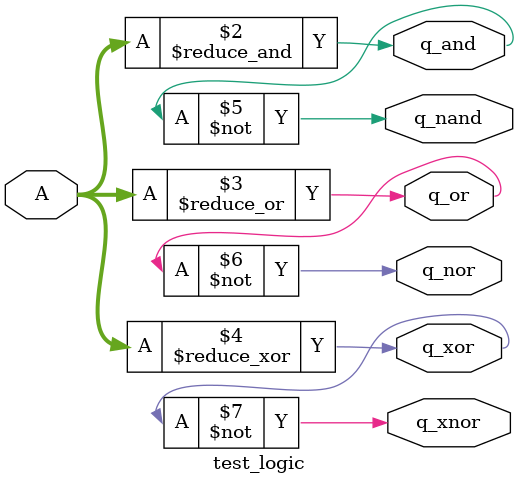
<source format=v>


module test_logic
  #(parameter WID = 4)
   (input wire [WID-1:0] A,
    output reg q_and, q_or, q_xor, q_nand, q_nor, q_xnor);

   always @(A) begin
      q_and = &A;
      q_or  = |A;
      q_xor = ^A;
      q_nand = ~q_and;
      q_nor  = ~q_or;
      q_xnor = ~q_xor;
   end

endmodule // test_logic

</source>
